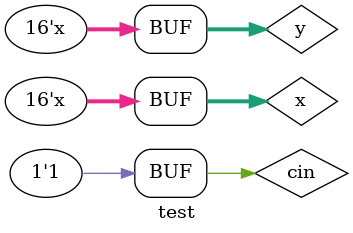
<source format=v>
/*                              *
 * test_adder16.v               *
 * 16 ビット加算回路のテストベンチ *
 *                              */

`timescale 1ns / 1ns    // シミュレーションの単位時間 / 精度
                        // 1 ns = 1/1000000000 sec
`include "adder16.v"    // adder16.v の取り込み

module test;
    reg [15:0] x, y;
    reg cin;
    wire [15:0] sum;
    wire cout;

    adder16 adder16a(x, y, cin, sum, cout);
    
    always begin
        #10 x = x + 100;
    end
    
    always begin
        #5 y = y + 300;
    end
    
    initial begin
        x = 0 ; y = 0 ; cin = 1;
    end
endmodule 

</source>
